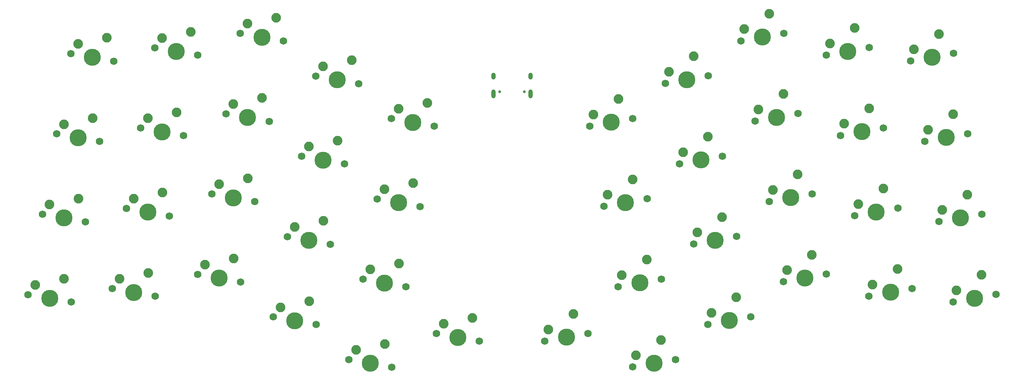
<source format=gbs>
G04 #@! TF.GenerationSoftware,KiCad,Pcbnew,(5.1.5)-3*
G04 #@! TF.CreationDate,2020-04-21T01:25:22+02:00*
G04 #@! TF.ProjectId,Marv-Atreus,4d617276-2d41-4747-9265-75732e6b6963,rev?*
G04 #@! TF.SameCoordinates,Original*
G04 #@! TF.FileFunction,Soldermask,Bot*
G04 #@! TF.FilePolarity,Negative*
%FSLAX46Y46*%
G04 Gerber Fmt 4.6, Leading zero omitted, Abs format (unit mm)*
G04 Created by KiCad (PCBNEW (5.1.5)-3) date 2020-04-21 01:25:22*
%MOMM*%
%LPD*%
G04 APERTURE LIST*
%ADD10C,0.650000*%
%ADD11O,1.000000X2.100000*%
%ADD12O,1.000000X1.600000*%
%ADD13C,2.250000*%
%ADD14C,3.987800*%
%ADD15C,1.750000*%
G04 APERTURE END LIST*
D10*
X145793497Y-68905524D03*
X151573497Y-68905524D03*
D11*
X153003497Y-69435524D03*
X144363497Y-69435524D03*
D12*
X153003497Y-65255524D03*
X144363497Y-65255524D03*
D13*
X258055771Y-111684754D03*
D14*
X256436492Y-117128644D03*
D13*
X252243308Y-115288832D03*
D15*
X251433669Y-118010777D03*
X261439315Y-116246511D03*
D13*
X238468135Y-110302602D03*
D14*
X236848856Y-115746492D03*
D13*
X232655672Y-113906680D03*
D15*
X231846033Y-116628625D03*
X241851679Y-114864359D03*
D13*
X218535914Y-106966216D03*
D14*
X216916635Y-112410106D03*
D13*
X212723451Y-110570294D03*
D15*
X211913812Y-113292239D03*
X221919458Y-111527973D03*
D13*
X200946865Y-116918614D03*
D14*
X199327586Y-122362504D03*
D13*
X195134402Y-120522692D03*
D15*
X194324763Y-123244637D03*
X204330409Y-121480371D03*
D13*
X183357815Y-126871012D03*
D14*
X181738536Y-132314902D03*
D13*
X177545352Y-130475090D03*
D15*
X176735713Y-133197035D03*
X186741359Y-131432769D03*
D13*
X162943177Y-120798700D03*
D14*
X161323898Y-126242590D03*
D13*
X157130714Y-124402778D03*
D15*
X156321075Y-127124723D03*
X166326721Y-125360457D03*
X141045920Y-127158807D03*
X131040274Y-125394541D03*
D13*
X132732046Y-123113663D03*
D14*
X136043097Y-126276674D03*
D13*
X139426641Y-121714917D03*
X119012002Y-127787229D03*
D14*
X115628458Y-132348986D03*
D13*
X112317407Y-129185975D03*
D15*
X110625635Y-131466853D03*
X120631281Y-133231119D03*
D13*
X101422954Y-117834831D03*
D14*
X98039410Y-122396588D03*
D13*
X94728359Y-119233577D03*
D15*
X93036587Y-121514455D03*
X103042233Y-123278721D03*
D13*
X83833904Y-107882433D03*
D14*
X80450360Y-112444190D03*
D13*
X77139309Y-109281179D03*
D15*
X75447537Y-111562057D03*
X85453183Y-113326323D03*
D13*
X63901684Y-111218819D03*
D14*
X60518140Y-115780576D03*
D13*
X57207089Y-112617565D03*
D15*
X55515317Y-114898443D03*
X65520963Y-116662709D03*
D13*
X44314047Y-112600971D03*
D14*
X40930503Y-117162728D03*
D13*
X37619452Y-113999717D03*
D15*
X35927680Y-116280595D03*
X45933326Y-118044861D03*
D13*
X254747765Y-92924119D03*
D14*
X253128486Y-98368009D03*
D13*
X248935302Y-96528197D03*
D15*
X248125663Y-99250142D03*
X258131309Y-97485876D03*
D13*
X235160129Y-91541967D03*
D14*
X233540850Y-96985857D03*
D13*
X229347666Y-95146045D03*
D15*
X228538027Y-97867990D03*
X238543673Y-96103724D03*
D13*
X215227908Y-88205581D03*
D14*
X213608629Y-93649471D03*
D13*
X209415445Y-91809659D03*
D15*
X208605806Y-94531604D03*
X218611452Y-92767338D03*
D13*
X197638859Y-98157979D03*
D14*
X196019580Y-103601869D03*
D13*
X191826396Y-101762057D03*
D15*
X191016757Y-104484002D03*
X201022403Y-102719736D03*
D13*
X180049809Y-108110377D03*
D14*
X178430530Y-113554267D03*
D13*
X174237346Y-111714455D03*
D15*
X173427707Y-114436400D03*
X183433353Y-112672134D03*
D13*
X122320009Y-109026593D03*
D14*
X118936465Y-113588350D03*
D13*
X115625414Y-110425339D03*
D15*
X113933642Y-112706217D03*
X123939288Y-114470483D03*
D13*
X104730959Y-99074196D03*
D14*
X101347415Y-103635953D03*
D13*
X98036364Y-100472942D03*
D15*
X96344592Y-102753820D03*
X106350238Y-104518086D03*
D13*
X87141910Y-89121799D03*
D14*
X83758366Y-93683556D03*
D13*
X80447315Y-90520545D03*
D15*
X78755543Y-92801423D03*
X88761189Y-94565689D03*
D13*
X67209690Y-92458184D03*
D14*
X63826146Y-97019941D03*
D13*
X60515095Y-93856930D03*
D15*
X58823323Y-96137808D03*
X68828969Y-97902074D03*
D13*
X47622053Y-93840336D03*
D14*
X44238509Y-98402093D03*
D13*
X40927458Y-95239082D03*
D15*
X39235686Y-97519960D03*
X49241332Y-99284226D03*
D13*
X251439759Y-74163484D03*
D14*
X249820480Y-79607374D03*
D13*
X245627296Y-77767562D03*
D15*
X244817657Y-80489507D03*
X254823303Y-78725241D03*
D13*
X231852123Y-72781332D03*
D14*
X230232844Y-78225222D03*
D13*
X226039660Y-76385410D03*
D15*
X225230021Y-79107355D03*
X235235667Y-77343089D03*
D13*
X211919902Y-69444946D03*
D14*
X210300623Y-74888836D03*
D13*
X206107439Y-73049024D03*
D15*
X205297800Y-75770969D03*
X215303446Y-74006703D03*
D13*
X194330853Y-79397344D03*
D14*
X192711574Y-84841234D03*
D13*
X188518390Y-83001422D03*
D15*
X187708751Y-85723367D03*
X197714397Y-83959101D03*
D13*
X176741803Y-89349742D03*
D14*
X175122524Y-94793632D03*
D13*
X170929340Y-92953820D03*
D15*
X170119701Y-95675765D03*
X180125347Y-93911499D03*
D13*
X125628015Y-90265959D03*
D14*
X122244471Y-94827716D03*
D13*
X118933420Y-91664705D03*
D15*
X117241648Y-93945583D03*
X127247294Y-95709849D03*
D13*
X108038965Y-80313561D03*
D14*
X104655421Y-84875318D03*
D13*
X101344370Y-81712307D03*
D15*
X99652598Y-83993185D03*
X109658244Y-85757451D03*
D13*
X90449917Y-70361163D03*
D14*
X87066373Y-74922920D03*
D13*
X83755322Y-71759909D03*
D15*
X82063550Y-74040787D03*
X92069196Y-75805053D03*
D13*
X70517696Y-73697549D03*
D14*
X67134152Y-78259306D03*
D13*
X63823101Y-75096295D03*
D15*
X62131329Y-77377173D03*
X72136975Y-79141439D03*
D13*
X50930060Y-75079701D03*
D14*
X47546516Y-79641458D03*
D13*
X44235465Y-76478447D03*
D15*
X42543693Y-78759325D03*
X52549339Y-80523591D03*
D13*
X248131753Y-55402849D03*
D14*
X246512474Y-60846739D03*
D13*
X242319290Y-59006927D03*
D15*
X241509651Y-61728872D03*
X251515297Y-59964606D03*
D13*
X228544116Y-54020697D03*
D14*
X226924837Y-59464587D03*
D13*
X222731653Y-57624775D03*
D15*
X221922014Y-60346720D03*
X231927660Y-58582454D03*
D13*
X208611896Y-50684311D03*
D14*
X206992617Y-56128201D03*
D13*
X202799433Y-54288389D03*
D15*
X201989794Y-57010334D03*
X211995440Y-55246068D03*
D13*
X191022847Y-60636709D03*
D14*
X189403568Y-66080599D03*
D13*
X185210384Y-64240787D03*
D15*
X184400745Y-66962732D03*
X194406391Y-65198466D03*
D13*
X173433797Y-70589107D03*
D14*
X171814518Y-76032997D03*
D13*
X167621334Y-74193185D03*
D15*
X166811695Y-76915130D03*
X176817341Y-75150864D03*
D13*
X128936021Y-71505324D03*
D14*
X125552477Y-76067081D03*
D13*
X122241426Y-72904070D03*
D15*
X120549654Y-75184948D03*
X130555300Y-76949214D03*
D13*
X111346971Y-61552926D03*
D14*
X107963427Y-66114683D03*
D13*
X104652376Y-62951672D03*
D15*
X102960604Y-65232550D03*
X112966250Y-66996816D03*
D13*
X93757923Y-51600529D03*
D14*
X90374379Y-56162286D03*
D13*
X87063328Y-52999275D03*
D15*
X85371556Y-55280153D03*
X95377202Y-57044419D03*
D13*
X73825702Y-54936914D03*
D14*
X70442158Y-59498671D03*
D13*
X67131107Y-56335660D03*
D15*
X65439335Y-58616538D03*
X75444981Y-60380804D03*
D13*
X54238066Y-56319066D03*
D14*
X50854522Y-60880823D03*
D13*
X47543471Y-57717812D03*
D15*
X45851699Y-59998690D03*
X55857345Y-61762956D03*
M02*

</source>
